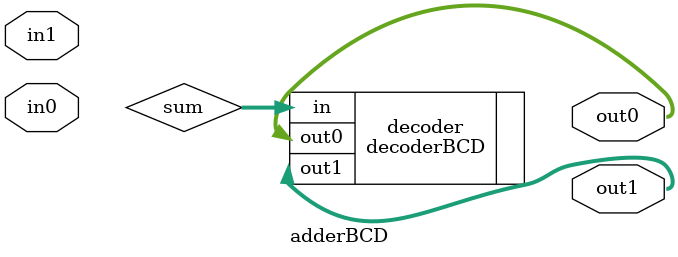
<source format=v>
`include "decoderBCD.v"
`include "sum4bit.v"

module adderBCD(
    in0,    //BCD Input 0
    in1,    //BCD Input 1
    out0,   //BCD Output 0
    out1    //BCD Output 1
);

//Defining Inputs
input [3:0] in0, in1;

//Defining Outputs
output [3:0] out0, out1;

//Defining variables
wire [3:0] in0, in1;
reg [4:0] sum;
reg [3:0] out0,out1;

//Declaring included modules
decoderBCD decoder (.in(sum),.out0(out0),.out1(out1));

//Code
/*
Get whatever is going to do the sum of the 2 4-bit numbers here
*/



endmodule
</source>
